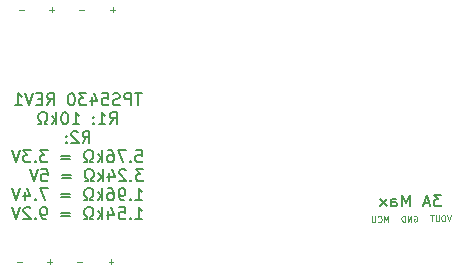
<source format=gbo>
%TF.GenerationSoftware,KiCad,Pcbnew,(6.0.8)*%
%TF.CreationDate,2022-12-06T01:44:10+01:00*%
%TF.ProjectId,Single-DCDC-Converter-Rev2,53696e67-6c65-42d4-9443-44432d436f6e,rev?*%
%TF.SameCoordinates,Original*%
%TF.FileFunction,Legend,Bot*%
%TF.FilePolarity,Positive*%
%FSLAX46Y46*%
G04 Gerber Fmt 4.6, Leading zero omitted, Abs format (unit mm)*
G04 Created by KiCad (PCBNEW (6.0.8)) date 2022-12-06 01:44:10*
%MOMM*%
%LPD*%
G01*
G04 APERTURE LIST*
%ADD10C,0.125000*%
%ADD11C,0.150000*%
%ADD12C,0.200000*%
%ADD13C,5.000000*%
%ADD14R,1.700000X1.700000*%
%ADD15O,1.700000X1.700000*%
%ADD16R,1.600000X1.600000*%
%ADD17C,1.600000*%
G04 APERTURE END LIST*
D10*
X91376476Y-62519714D02*
X90995523Y-62519714D01*
D11*
X126871428Y-56852380D02*
X126252380Y-56852380D01*
X126585714Y-57233333D01*
X126442857Y-57233333D01*
X126347619Y-57280952D01*
X126300000Y-57328571D01*
X126252380Y-57423809D01*
X126252380Y-57661904D01*
X126300000Y-57757142D01*
X126347619Y-57804761D01*
X126442857Y-57852380D01*
X126728571Y-57852380D01*
X126823809Y-57804761D01*
X126871428Y-57757142D01*
X125871428Y-57566666D02*
X125395238Y-57566666D01*
X125966666Y-57852380D02*
X125633333Y-56852380D01*
X125300000Y-57852380D01*
X124204761Y-57852380D02*
X124204761Y-56852380D01*
X123871428Y-57566666D01*
X123538095Y-56852380D01*
X123538095Y-57852380D01*
X122633333Y-57852380D02*
X122633333Y-57328571D01*
X122680952Y-57233333D01*
X122776190Y-57185714D01*
X122966666Y-57185714D01*
X123061904Y-57233333D01*
X122633333Y-57804761D02*
X122728571Y-57852380D01*
X122966666Y-57852380D01*
X123061904Y-57804761D01*
X123109523Y-57709523D01*
X123109523Y-57614285D01*
X123061904Y-57519047D01*
X122966666Y-57471428D01*
X122728571Y-57471428D01*
X122633333Y-57423809D01*
X122252380Y-57852380D02*
X121728571Y-57185714D01*
X122252380Y-57185714D02*
X121728571Y-57852380D01*
D10*
X96456476Y-62519714D02*
X96075523Y-62519714D01*
X94076476Y-41183714D02*
X93695523Y-41183714D01*
X93886000Y-41374190D02*
X93886000Y-40993238D01*
X99090476Y-62519714D02*
X98709523Y-62519714D01*
X98900000Y-62710190D02*
X98900000Y-62329238D01*
X127705952Y-58601190D02*
X127539285Y-59101190D01*
X127372619Y-58601190D01*
X127110714Y-58601190D02*
X127015476Y-58601190D01*
X126967857Y-58625000D01*
X126920238Y-58672619D01*
X126896428Y-58767857D01*
X126896428Y-58934523D01*
X126920238Y-59029761D01*
X126967857Y-59077380D01*
X127015476Y-59101190D01*
X127110714Y-59101190D01*
X127158333Y-59077380D01*
X127205952Y-59029761D01*
X127229761Y-58934523D01*
X127229761Y-58767857D01*
X127205952Y-58672619D01*
X127158333Y-58625000D01*
X127110714Y-58601190D01*
X126682142Y-58601190D02*
X126682142Y-59005952D01*
X126658333Y-59053571D01*
X126634523Y-59077380D01*
X126586904Y-59101190D01*
X126491666Y-59101190D01*
X126444047Y-59077380D01*
X126420238Y-59053571D01*
X126396428Y-59005952D01*
X126396428Y-58601190D01*
X126229761Y-58601190D02*
X125944047Y-58601190D01*
X126086904Y-59101190D02*
X126086904Y-58601190D01*
D12*
X101504761Y-48272380D02*
X100933333Y-48272380D01*
X101219047Y-49272380D02*
X101219047Y-48272380D01*
X100600000Y-49272380D02*
X100600000Y-48272380D01*
X100219047Y-48272380D01*
X100123809Y-48320000D01*
X100076190Y-48367619D01*
X100028571Y-48462857D01*
X100028571Y-48605714D01*
X100076190Y-48700952D01*
X100123809Y-48748571D01*
X100219047Y-48796190D01*
X100600000Y-48796190D01*
X99647619Y-49224761D02*
X99504761Y-49272380D01*
X99266666Y-49272380D01*
X99171428Y-49224761D01*
X99123809Y-49177142D01*
X99076190Y-49081904D01*
X99076190Y-48986666D01*
X99123809Y-48891428D01*
X99171428Y-48843809D01*
X99266666Y-48796190D01*
X99457142Y-48748571D01*
X99552380Y-48700952D01*
X99600000Y-48653333D01*
X99647619Y-48558095D01*
X99647619Y-48462857D01*
X99600000Y-48367619D01*
X99552380Y-48320000D01*
X99457142Y-48272380D01*
X99219047Y-48272380D01*
X99076190Y-48320000D01*
X98171428Y-48272380D02*
X98647619Y-48272380D01*
X98695238Y-48748571D01*
X98647619Y-48700952D01*
X98552380Y-48653333D01*
X98314285Y-48653333D01*
X98219047Y-48700952D01*
X98171428Y-48748571D01*
X98123809Y-48843809D01*
X98123809Y-49081904D01*
X98171428Y-49177142D01*
X98219047Y-49224761D01*
X98314285Y-49272380D01*
X98552380Y-49272380D01*
X98647619Y-49224761D01*
X98695238Y-49177142D01*
X97266666Y-48605714D02*
X97266666Y-49272380D01*
X97504761Y-48224761D02*
X97742857Y-48939047D01*
X97123809Y-48939047D01*
X96838095Y-48272380D02*
X96219047Y-48272380D01*
X96552380Y-48653333D01*
X96409523Y-48653333D01*
X96314285Y-48700952D01*
X96266666Y-48748571D01*
X96219047Y-48843809D01*
X96219047Y-49081904D01*
X96266666Y-49177142D01*
X96314285Y-49224761D01*
X96409523Y-49272380D01*
X96695238Y-49272380D01*
X96790476Y-49224761D01*
X96838095Y-49177142D01*
X95600000Y-48272380D02*
X95504761Y-48272380D01*
X95409523Y-48320000D01*
X95361904Y-48367619D01*
X95314285Y-48462857D01*
X95266666Y-48653333D01*
X95266666Y-48891428D01*
X95314285Y-49081904D01*
X95361904Y-49177142D01*
X95409523Y-49224761D01*
X95504761Y-49272380D01*
X95600000Y-49272380D01*
X95695238Y-49224761D01*
X95742857Y-49177142D01*
X95790476Y-49081904D01*
X95838095Y-48891428D01*
X95838095Y-48653333D01*
X95790476Y-48462857D01*
X95742857Y-48367619D01*
X95695238Y-48320000D01*
X95600000Y-48272380D01*
X93504761Y-49272380D02*
X93838095Y-48796190D01*
X94076190Y-49272380D02*
X94076190Y-48272380D01*
X93695238Y-48272380D01*
X93600000Y-48320000D01*
X93552380Y-48367619D01*
X93504761Y-48462857D01*
X93504761Y-48605714D01*
X93552380Y-48700952D01*
X93600000Y-48748571D01*
X93695238Y-48796190D01*
X94076190Y-48796190D01*
X93076190Y-48748571D02*
X92742857Y-48748571D01*
X92600000Y-49272380D02*
X93076190Y-49272380D01*
X93076190Y-48272380D01*
X92600000Y-48272380D01*
X92314285Y-48272380D02*
X91980952Y-49272380D01*
X91647619Y-48272380D01*
X90790476Y-49272380D02*
X91361904Y-49272380D01*
X91076190Y-49272380D02*
X91076190Y-48272380D01*
X91171428Y-48415238D01*
X91266666Y-48510476D01*
X91361904Y-48558095D01*
X98814285Y-50882380D02*
X99147619Y-50406190D01*
X99385714Y-50882380D02*
X99385714Y-49882380D01*
X99004761Y-49882380D01*
X98909523Y-49930000D01*
X98861904Y-49977619D01*
X98814285Y-50072857D01*
X98814285Y-50215714D01*
X98861904Y-50310952D01*
X98909523Y-50358571D01*
X99004761Y-50406190D01*
X99385714Y-50406190D01*
X97861904Y-50882380D02*
X98433333Y-50882380D01*
X98147619Y-50882380D02*
X98147619Y-49882380D01*
X98242857Y-50025238D01*
X98338095Y-50120476D01*
X98433333Y-50168095D01*
X97433333Y-50787142D02*
X97385714Y-50834761D01*
X97433333Y-50882380D01*
X97480952Y-50834761D01*
X97433333Y-50787142D01*
X97433333Y-50882380D01*
X97433333Y-50263333D02*
X97385714Y-50310952D01*
X97433333Y-50358571D01*
X97480952Y-50310952D01*
X97433333Y-50263333D01*
X97433333Y-50358571D01*
X95671428Y-50882380D02*
X96242857Y-50882380D01*
X95957142Y-50882380D02*
X95957142Y-49882380D01*
X96052380Y-50025238D01*
X96147619Y-50120476D01*
X96242857Y-50168095D01*
X95052380Y-49882380D02*
X94957142Y-49882380D01*
X94861904Y-49930000D01*
X94814285Y-49977619D01*
X94766666Y-50072857D01*
X94719047Y-50263333D01*
X94719047Y-50501428D01*
X94766666Y-50691904D01*
X94814285Y-50787142D01*
X94861904Y-50834761D01*
X94957142Y-50882380D01*
X95052380Y-50882380D01*
X95147619Y-50834761D01*
X95195238Y-50787142D01*
X95242857Y-50691904D01*
X95290476Y-50501428D01*
X95290476Y-50263333D01*
X95242857Y-50072857D01*
X95195238Y-49977619D01*
X95147619Y-49930000D01*
X95052380Y-49882380D01*
X94290476Y-50882380D02*
X94290476Y-49882380D01*
X94195238Y-50501428D02*
X93909523Y-50882380D01*
X93909523Y-50215714D02*
X94290476Y-50596666D01*
X93528571Y-50882380D02*
X93290476Y-50882380D01*
X93290476Y-50691904D01*
X93385714Y-50644285D01*
X93480952Y-50549047D01*
X93528571Y-50406190D01*
X93528571Y-50168095D01*
X93480952Y-50025238D01*
X93385714Y-49930000D01*
X93242857Y-49882380D01*
X93052380Y-49882380D01*
X92909523Y-49930000D01*
X92814285Y-50025238D01*
X92766666Y-50168095D01*
X92766666Y-50406190D01*
X92814285Y-50549047D01*
X92909523Y-50644285D01*
X93004761Y-50691904D01*
X93004761Y-50882380D01*
X92766666Y-50882380D01*
X96504761Y-52492380D02*
X96838095Y-52016190D01*
X97076190Y-52492380D02*
X97076190Y-51492380D01*
X96695238Y-51492380D01*
X96600000Y-51540000D01*
X96552380Y-51587619D01*
X96504761Y-51682857D01*
X96504761Y-51825714D01*
X96552380Y-51920952D01*
X96600000Y-51968571D01*
X96695238Y-52016190D01*
X97076190Y-52016190D01*
X96123809Y-51587619D02*
X96076190Y-51540000D01*
X95980952Y-51492380D01*
X95742857Y-51492380D01*
X95647619Y-51540000D01*
X95600000Y-51587619D01*
X95552380Y-51682857D01*
X95552380Y-51778095D01*
X95600000Y-51920952D01*
X96171428Y-52492380D01*
X95552380Y-52492380D01*
X95123809Y-52397142D02*
X95076190Y-52444761D01*
X95123809Y-52492380D01*
X95171428Y-52444761D01*
X95123809Y-52397142D01*
X95123809Y-52492380D01*
X95123809Y-51873333D02*
X95076190Y-51920952D01*
X95123809Y-51968571D01*
X95171428Y-51920952D01*
X95123809Y-51873333D01*
X95123809Y-51968571D01*
X101028571Y-53102380D02*
X101504761Y-53102380D01*
X101552380Y-53578571D01*
X101504761Y-53530952D01*
X101409523Y-53483333D01*
X101171428Y-53483333D01*
X101076190Y-53530952D01*
X101028571Y-53578571D01*
X100980952Y-53673809D01*
X100980952Y-53911904D01*
X101028571Y-54007142D01*
X101076190Y-54054761D01*
X101171428Y-54102380D01*
X101409523Y-54102380D01*
X101504761Y-54054761D01*
X101552380Y-54007142D01*
X100552380Y-54007142D02*
X100504761Y-54054761D01*
X100552380Y-54102380D01*
X100600000Y-54054761D01*
X100552380Y-54007142D01*
X100552380Y-54102380D01*
X100171428Y-53102380D02*
X99504761Y-53102380D01*
X99933333Y-54102380D01*
X98695238Y-53102380D02*
X98885714Y-53102380D01*
X98980952Y-53150000D01*
X99028571Y-53197619D01*
X99123809Y-53340476D01*
X99171428Y-53530952D01*
X99171428Y-53911904D01*
X99123809Y-54007142D01*
X99076190Y-54054761D01*
X98980952Y-54102380D01*
X98790476Y-54102380D01*
X98695238Y-54054761D01*
X98647619Y-54007142D01*
X98600000Y-53911904D01*
X98600000Y-53673809D01*
X98647619Y-53578571D01*
X98695238Y-53530952D01*
X98790476Y-53483333D01*
X98980952Y-53483333D01*
X99076190Y-53530952D01*
X99123809Y-53578571D01*
X99171428Y-53673809D01*
X98171428Y-54102380D02*
X98171428Y-53102380D01*
X98076190Y-53721428D02*
X97790476Y-54102380D01*
X97790476Y-53435714D02*
X98171428Y-53816666D01*
X97409523Y-54102380D02*
X97171428Y-54102380D01*
X97171428Y-53911904D01*
X97266666Y-53864285D01*
X97361904Y-53769047D01*
X97409523Y-53626190D01*
X97409523Y-53388095D01*
X97361904Y-53245238D01*
X97266666Y-53150000D01*
X97123809Y-53102380D01*
X96933333Y-53102380D01*
X96790476Y-53150000D01*
X96695238Y-53245238D01*
X96647619Y-53388095D01*
X96647619Y-53626190D01*
X96695238Y-53769047D01*
X96790476Y-53864285D01*
X96885714Y-53911904D01*
X96885714Y-54102380D01*
X96647619Y-54102380D01*
X95457142Y-53578571D02*
X94695238Y-53578571D01*
X94695238Y-53864285D02*
X95457142Y-53864285D01*
X93552380Y-53102380D02*
X92933333Y-53102380D01*
X93266666Y-53483333D01*
X93123809Y-53483333D01*
X93028571Y-53530952D01*
X92980952Y-53578571D01*
X92933333Y-53673809D01*
X92933333Y-53911904D01*
X92980952Y-54007142D01*
X93028571Y-54054761D01*
X93123809Y-54102380D01*
X93409523Y-54102380D01*
X93504761Y-54054761D01*
X93552380Y-54007142D01*
X92504761Y-54007142D02*
X92457142Y-54054761D01*
X92504761Y-54102380D01*
X92552380Y-54054761D01*
X92504761Y-54007142D01*
X92504761Y-54102380D01*
X92123809Y-53102380D02*
X91504761Y-53102380D01*
X91838095Y-53483333D01*
X91695238Y-53483333D01*
X91600000Y-53530952D01*
X91552380Y-53578571D01*
X91504761Y-53673809D01*
X91504761Y-53911904D01*
X91552380Y-54007142D01*
X91600000Y-54054761D01*
X91695238Y-54102380D01*
X91980952Y-54102380D01*
X92076190Y-54054761D01*
X92123809Y-54007142D01*
X91219047Y-53102380D02*
X90885714Y-54102380D01*
X90552380Y-53102380D01*
X101647619Y-54712380D02*
X101028571Y-54712380D01*
X101361904Y-55093333D01*
X101219047Y-55093333D01*
X101123809Y-55140952D01*
X101076190Y-55188571D01*
X101028571Y-55283809D01*
X101028571Y-55521904D01*
X101076190Y-55617142D01*
X101123809Y-55664761D01*
X101219047Y-55712380D01*
X101504761Y-55712380D01*
X101600000Y-55664761D01*
X101647619Y-55617142D01*
X100600000Y-55617142D02*
X100552380Y-55664761D01*
X100600000Y-55712380D01*
X100647619Y-55664761D01*
X100600000Y-55617142D01*
X100600000Y-55712380D01*
X100171428Y-54807619D02*
X100123809Y-54760000D01*
X100028571Y-54712380D01*
X99790476Y-54712380D01*
X99695238Y-54760000D01*
X99647619Y-54807619D01*
X99600000Y-54902857D01*
X99600000Y-54998095D01*
X99647619Y-55140952D01*
X100219047Y-55712380D01*
X99600000Y-55712380D01*
X98742857Y-55045714D02*
X98742857Y-55712380D01*
X98980952Y-54664761D02*
X99219047Y-55379047D01*
X98600000Y-55379047D01*
X98219047Y-55712380D02*
X98219047Y-54712380D01*
X98123809Y-55331428D02*
X97838095Y-55712380D01*
X97838095Y-55045714D02*
X98219047Y-55426666D01*
X97457142Y-55712380D02*
X97219047Y-55712380D01*
X97219047Y-55521904D01*
X97314285Y-55474285D01*
X97409523Y-55379047D01*
X97457142Y-55236190D01*
X97457142Y-54998095D01*
X97409523Y-54855238D01*
X97314285Y-54760000D01*
X97171428Y-54712380D01*
X96980952Y-54712380D01*
X96838095Y-54760000D01*
X96742857Y-54855238D01*
X96695238Y-54998095D01*
X96695238Y-55236190D01*
X96742857Y-55379047D01*
X96838095Y-55474285D01*
X96933333Y-55521904D01*
X96933333Y-55712380D01*
X96695238Y-55712380D01*
X95504761Y-55188571D02*
X94742857Y-55188571D01*
X94742857Y-55474285D02*
X95504761Y-55474285D01*
X93028571Y-54712380D02*
X93504761Y-54712380D01*
X93552380Y-55188571D01*
X93504761Y-55140952D01*
X93409523Y-55093333D01*
X93171428Y-55093333D01*
X93076190Y-55140952D01*
X93028571Y-55188571D01*
X92980952Y-55283809D01*
X92980952Y-55521904D01*
X93028571Y-55617142D01*
X93076190Y-55664761D01*
X93171428Y-55712380D01*
X93409523Y-55712380D01*
X93504761Y-55664761D01*
X93552380Y-55617142D01*
X92695238Y-54712380D02*
X92361904Y-55712380D01*
X92028571Y-54712380D01*
X100980952Y-57322380D02*
X101552380Y-57322380D01*
X101266666Y-57322380D02*
X101266666Y-56322380D01*
X101361904Y-56465238D01*
X101457142Y-56560476D01*
X101552380Y-56608095D01*
X100552380Y-57227142D02*
X100504761Y-57274761D01*
X100552380Y-57322380D01*
X100600000Y-57274761D01*
X100552380Y-57227142D01*
X100552380Y-57322380D01*
X100028571Y-57322380D02*
X99838095Y-57322380D01*
X99742857Y-57274761D01*
X99695238Y-57227142D01*
X99600000Y-57084285D01*
X99552380Y-56893809D01*
X99552380Y-56512857D01*
X99600000Y-56417619D01*
X99647619Y-56370000D01*
X99742857Y-56322380D01*
X99933333Y-56322380D01*
X100028571Y-56370000D01*
X100076190Y-56417619D01*
X100123809Y-56512857D01*
X100123809Y-56750952D01*
X100076190Y-56846190D01*
X100028571Y-56893809D01*
X99933333Y-56941428D01*
X99742857Y-56941428D01*
X99647619Y-56893809D01*
X99600000Y-56846190D01*
X99552380Y-56750952D01*
X98695238Y-56322380D02*
X98885714Y-56322380D01*
X98980952Y-56370000D01*
X99028571Y-56417619D01*
X99123809Y-56560476D01*
X99171428Y-56750952D01*
X99171428Y-57131904D01*
X99123809Y-57227142D01*
X99076190Y-57274761D01*
X98980952Y-57322380D01*
X98790476Y-57322380D01*
X98695238Y-57274761D01*
X98647619Y-57227142D01*
X98600000Y-57131904D01*
X98600000Y-56893809D01*
X98647619Y-56798571D01*
X98695238Y-56750952D01*
X98790476Y-56703333D01*
X98980952Y-56703333D01*
X99076190Y-56750952D01*
X99123809Y-56798571D01*
X99171428Y-56893809D01*
X98171428Y-57322380D02*
X98171428Y-56322380D01*
X98076190Y-56941428D02*
X97790476Y-57322380D01*
X97790476Y-56655714D02*
X98171428Y-57036666D01*
X97409523Y-57322380D02*
X97171428Y-57322380D01*
X97171428Y-57131904D01*
X97266666Y-57084285D01*
X97361904Y-56989047D01*
X97409523Y-56846190D01*
X97409523Y-56608095D01*
X97361904Y-56465238D01*
X97266666Y-56370000D01*
X97123809Y-56322380D01*
X96933333Y-56322380D01*
X96790476Y-56370000D01*
X96695238Y-56465238D01*
X96647619Y-56608095D01*
X96647619Y-56846190D01*
X96695238Y-56989047D01*
X96790476Y-57084285D01*
X96885714Y-57131904D01*
X96885714Y-57322380D01*
X96647619Y-57322380D01*
X95457142Y-56798571D02*
X94695238Y-56798571D01*
X94695238Y-57084285D02*
X95457142Y-57084285D01*
X93552380Y-56322380D02*
X92885714Y-56322380D01*
X93314285Y-57322380D01*
X92504761Y-57227142D02*
X92457142Y-57274761D01*
X92504761Y-57322380D01*
X92552380Y-57274761D01*
X92504761Y-57227142D01*
X92504761Y-57322380D01*
X91600000Y-56655714D02*
X91600000Y-57322380D01*
X91838095Y-56274761D02*
X92076190Y-56989047D01*
X91457142Y-56989047D01*
X91219047Y-56322380D02*
X90885714Y-57322380D01*
X90552380Y-56322380D01*
X100980952Y-58932380D02*
X101552380Y-58932380D01*
X101266666Y-58932380D02*
X101266666Y-57932380D01*
X101361904Y-58075238D01*
X101457142Y-58170476D01*
X101552380Y-58218095D01*
X100552380Y-58837142D02*
X100504761Y-58884761D01*
X100552380Y-58932380D01*
X100600000Y-58884761D01*
X100552380Y-58837142D01*
X100552380Y-58932380D01*
X99600000Y-57932380D02*
X100076190Y-57932380D01*
X100123809Y-58408571D01*
X100076190Y-58360952D01*
X99980952Y-58313333D01*
X99742857Y-58313333D01*
X99647619Y-58360952D01*
X99600000Y-58408571D01*
X99552380Y-58503809D01*
X99552380Y-58741904D01*
X99600000Y-58837142D01*
X99647619Y-58884761D01*
X99742857Y-58932380D01*
X99980952Y-58932380D01*
X100076190Y-58884761D01*
X100123809Y-58837142D01*
X98695238Y-58265714D02*
X98695238Y-58932380D01*
X98933333Y-57884761D02*
X99171428Y-58599047D01*
X98552380Y-58599047D01*
X98171428Y-58932380D02*
X98171428Y-57932380D01*
X98076190Y-58551428D02*
X97790476Y-58932380D01*
X97790476Y-58265714D02*
X98171428Y-58646666D01*
X97409523Y-58932380D02*
X97171428Y-58932380D01*
X97171428Y-58741904D01*
X97266666Y-58694285D01*
X97361904Y-58599047D01*
X97409523Y-58456190D01*
X97409523Y-58218095D01*
X97361904Y-58075238D01*
X97266666Y-57980000D01*
X97123809Y-57932380D01*
X96933333Y-57932380D01*
X96790476Y-57980000D01*
X96695238Y-58075238D01*
X96647619Y-58218095D01*
X96647619Y-58456190D01*
X96695238Y-58599047D01*
X96790476Y-58694285D01*
X96885714Y-58741904D01*
X96885714Y-58932380D01*
X96647619Y-58932380D01*
X95457142Y-58408571D02*
X94695238Y-58408571D01*
X94695238Y-58694285D02*
X95457142Y-58694285D01*
X93409523Y-58932380D02*
X93219047Y-58932380D01*
X93123809Y-58884761D01*
X93076190Y-58837142D01*
X92980952Y-58694285D01*
X92933333Y-58503809D01*
X92933333Y-58122857D01*
X92980952Y-58027619D01*
X93028571Y-57980000D01*
X93123809Y-57932380D01*
X93314285Y-57932380D01*
X93409523Y-57980000D01*
X93457142Y-58027619D01*
X93504761Y-58122857D01*
X93504761Y-58360952D01*
X93457142Y-58456190D01*
X93409523Y-58503809D01*
X93314285Y-58551428D01*
X93123809Y-58551428D01*
X93028571Y-58503809D01*
X92980952Y-58456190D01*
X92933333Y-58360952D01*
X92504761Y-58837142D02*
X92457142Y-58884761D01*
X92504761Y-58932380D01*
X92552380Y-58884761D01*
X92504761Y-58837142D01*
X92504761Y-58932380D01*
X92076190Y-58027619D02*
X92028571Y-57980000D01*
X91933333Y-57932380D01*
X91695238Y-57932380D01*
X91600000Y-57980000D01*
X91552380Y-58027619D01*
X91504761Y-58122857D01*
X91504761Y-58218095D01*
X91552380Y-58360952D01*
X92123809Y-58932380D01*
X91504761Y-58932380D01*
X91219047Y-57932380D02*
X90885714Y-58932380D01*
X90552380Y-57932380D01*
D10*
X99250476Y-41183714D02*
X98869523Y-41183714D01*
X99060000Y-41374190D02*
X99060000Y-40993238D01*
X96616476Y-41183714D02*
X96235523Y-41183714D01*
X122378571Y-59176190D02*
X122378571Y-58676190D01*
X122211904Y-59033333D01*
X122045238Y-58676190D01*
X122045238Y-59176190D01*
X121521428Y-59128571D02*
X121545238Y-59152380D01*
X121616666Y-59176190D01*
X121664285Y-59176190D01*
X121735714Y-59152380D01*
X121783333Y-59104761D01*
X121807142Y-59057142D01*
X121830952Y-58961904D01*
X121830952Y-58890476D01*
X121807142Y-58795238D01*
X121783333Y-58747619D01*
X121735714Y-58700000D01*
X121664285Y-58676190D01*
X121616666Y-58676190D01*
X121545238Y-58700000D01*
X121521428Y-58723809D01*
X121307142Y-58676190D02*
X121307142Y-59080952D01*
X121283333Y-59128571D01*
X121259523Y-59152380D01*
X121211904Y-59176190D01*
X121116666Y-59176190D01*
X121069047Y-59152380D01*
X121045238Y-59128571D01*
X121021428Y-59080952D01*
X121021428Y-58676190D01*
X91536476Y-41183714D02*
X91155523Y-41183714D01*
X124555952Y-58675000D02*
X124603571Y-58651190D01*
X124675000Y-58651190D01*
X124746428Y-58675000D01*
X124794047Y-58722619D01*
X124817857Y-58770238D01*
X124841666Y-58865476D01*
X124841666Y-58936904D01*
X124817857Y-59032142D01*
X124794047Y-59079761D01*
X124746428Y-59127380D01*
X124675000Y-59151190D01*
X124627380Y-59151190D01*
X124555952Y-59127380D01*
X124532142Y-59103571D01*
X124532142Y-58936904D01*
X124627380Y-58936904D01*
X124317857Y-59151190D02*
X124317857Y-58651190D01*
X124032142Y-59151190D01*
X124032142Y-58651190D01*
X123794047Y-59151190D02*
X123794047Y-58651190D01*
X123675000Y-58651190D01*
X123603571Y-58675000D01*
X123555952Y-58722619D01*
X123532142Y-58770238D01*
X123508333Y-58865476D01*
X123508333Y-58936904D01*
X123532142Y-59032142D01*
X123555952Y-59079761D01*
X123603571Y-59127380D01*
X123675000Y-59151190D01*
X123794047Y-59151190D01*
X93916476Y-62519714D02*
X93535523Y-62519714D01*
X93726000Y-62710190D02*
X93726000Y-62329238D01*
%LPC*%
D13*
X86800000Y-60500000D03*
D14*
X86900000Y-53500000D03*
D15*
X86900000Y-56040000D03*
D14*
X98860000Y-43140000D03*
D15*
X96320000Y-43140000D03*
X93780000Y-43140000D03*
X91240000Y-43140000D03*
D16*
X126375000Y-54725000D03*
D17*
X122875000Y-54725000D03*
D13*
X126150000Y-42000000D03*
D14*
X98860000Y-60920000D03*
D15*
X96320000Y-60920000D03*
X93780000Y-60920000D03*
X91240000Y-60920000D03*
X121720000Y-60920000D03*
X124260000Y-60920000D03*
D14*
X126800000Y-60920000D03*
M02*

</source>
